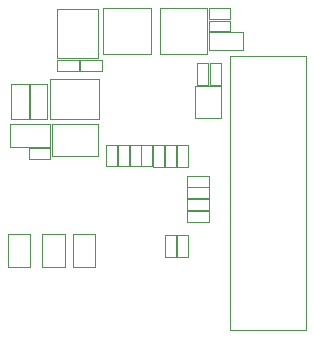
<source format=gbr>
%TF.GenerationSoftware,KiCad,Pcbnew,8.0.0-rc1*%
%TF.CreationDate,2025-03-12T12:31:09+03:00*%
%TF.ProjectId,IMX219_V2.0,494d5832-3139-45f5-9632-2e302e6b6963,rev?*%
%TF.SameCoordinates,Original*%
%TF.FileFunction,Other,User*%
%FSLAX46Y46*%
G04 Gerber Fmt 4.6, Leading zero omitted, Abs format (unit mm)*
G04 Created by KiCad (PCBNEW 8.0.0-rc1) date 2025-03-12 12:31:09*
%MOMM*%
%LPD*%
G01*
G04 APERTURE LIST*
%ADD10C,0.050000*%
%ADD11C,0.100000*%
G04 APERTURE END LIST*
D10*
X174525000Y-72565000D02*
X171055000Y-72565000D01*
X171055000Y-68395000D01*
X174525000Y-68395000D01*
X174525000Y-72565000D01*
X175260000Y-79920000D02*
X176180000Y-79920000D01*
X175260000Y-81740000D02*
X175260000Y-79920000D01*
X176180000Y-79920000D02*
X176180000Y-81740000D01*
X176180000Y-81740000D02*
X175260000Y-81740000D01*
X183920000Y-68380000D02*
X185740000Y-68380000D01*
X183920000Y-69300000D02*
X183920000Y-68380000D01*
X185740000Y-68380000D02*
X185740000Y-69300000D01*
X185740000Y-69300000D02*
X183920000Y-69300000D01*
D11*
X172448076Y-87490000D02*
X174331925Y-87490000D01*
X174331925Y-90243721D01*
X172448076Y-90243721D01*
X172448076Y-87490000D01*
D10*
X167100000Y-78180000D02*
X170500000Y-78180000D01*
X167100000Y-80140000D02*
X167100000Y-78180000D01*
X170500000Y-78180000D02*
X170500000Y-80140000D01*
X170500000Y-80140000D02*
X167100000Y-80140000D01*
D11*
X169848076Y-87490000D02*
X171731925Y-87490000D01*
X171731925Y-90243721D01*
X169848076Y-90243721D01*
X169848076Y-87490000D01*
D10*
X182800000Y-77640000D02*
X182800000Y-74940000D01*
X182800000Y-77640000D02*
X185000000Y-77640000D01*
X185000000Y-74940000D02*
X182800000Y-74940000D01*
X185000000Y-74940000D02*
X185000000Y-77640000D01*
X167210000Y-74775000D02*
X168710000Y-74775000D01*
X167210000Y-77725000D02*
X167210000Y-74775000D01*
X168710000Y-74775000D02*
X168710000Y-77725000D01*
X168710000Y-77725000D02*
X167210000Y-77725000D01*
X180210000Y-79920000D02*
X181150000Y-79920000D01*
X180210000Y-81780000D02*
X180210000Y-79920000D01*
X181150000Y-79920000D02*
X181150000Y-81780000D01*
X181150000Y-81780000D02*
X180210000Y-81780000D01*
X182140000Y-82560000D02*
X183960000Y-82560000D01*
X182140000Y-83480000D02*
X182140000Y-82560000D01*
X183960000Y-82560000D02*
X183960000Y-83480000D01*
X183960000Y-83480000D02*
X182140000Y-83480000D01*
X183920000Y-69410000D02*
X185740000Y-69410000D01*
X183920000Y-70330000D02*
X183920000Y-69410000D01*
X185740000Y-69410000D02*
X185740000Y-70330000D01*
X185740000Y-70330000D02*
X183920000Y-70330000D01*
X173040000Y-72740000D02*
X174900000Y-72740000D01*
X173040000Y-73680000D02*
X173040000Y-72740000D01*
X174900000Y-72740000D02*
X174900000Y-73680000D01*
X174900000Y-73680000D02*
X173040000Y-73680000D01*
X182140000Y-83540000D02*
X183960000Y-83540000D01*
X182140000Y-84460000D02*
X182140000Y-83540000D01*
X183960000Y-83540000D02*
X183960000Y-84460000D01*
X183960000Y-84460000D02*
X182140000Y-84460000D01*
X181210000Y-87550000D02*
X182150000Y-87550000D01*
X181210000Y-89410000D02*
X181210000Y-87550000D01*
X182150000Y-87550000D02*
X182150000Y-89410000D01*
X182150000Y-89410000D02*
X181210000Y-89410000D01*
X168680000Y-80230000D02*
X170500000Y-80230000D01*
X168680000Y-81150000D02*
X168680000Y-80230000D01*
X170500000Y-80230000D02*
X170500000Y-81150000D01*
X170500000Y-81150000D02*
X168680000Y-81150000D01*
X183795000Y-72240000D02*
X179775000Y-72240000D01*
X179775000Y-68360000D01*
X183795000Y-68360000D01*
X183795000Y-72240000D01*
X170540000Y-74360000D02*
X170540000Y-77760000D01*
X170540000Y-77760000D02*
X174640000Y-77760000D01*
X174640000Y-74360000D02*
X170540000Y-74360000D01*
X174640000Y-77760000D02*
X174640000Y-74360000D01*
X182140000Y-84520000D02*
X184000000Y-84520000D01*
X182140000Y-85460000D02*
X182140000Y-84520000D01*
X184000000Y-84520000D02*
X184000000Y-85460000D01*
X184000000Y-85460000D02*
X182140000Y-85460000D01*
X182930000Y-72980000D02*
X183870000Y-72980000D01*
X182930000Y-74840000D02*
X182930000Y-72980000D01*
X183870000Y-72980000D02*
X183870000Y-74840000D01*
X183870000Y-74840000D02*
X182930000Y-74840000D01*
X176260000Y-79920000D02*
X177180000Y-79920000D01*
X176260000Y-81740000D02*
X176260000Y-79920000D01*
X177180000Y-79920000D02*
X177180000Y-81740000D01*
X177180000Y-81740000D02*
X176260000Y-81740000D01*
X181220000Y-79920000D02*
X182160000Y-79920000D01*
X181220000Y-81780000D02*
X181220000Y-79920000D01*
X182160000Y-79920000D02*
X182160000Y-81780000D01*
X182160000Y-81780000D02*
X181220000Y-81780000D01*
X170700000Y-78170000D02*
X174600000Y-78170000D01*
X170700000Y-80870000D02*
X170700000Y-78170000D01*
X174600000Y-78170000D02*
X174600000Y-80870000D01*
X174600000Y-80870000D02*
X170700000Y-80870000D01*
X185750000Y-72380000D02*
X185750000Y-95580000D01*
X185750000Y-95580000D02*
X192150000Y-95580000D01*
X192150000Y-72380000D02*
X185750000Y-72380000D01*
X192150000Y-95580000D02*
X192150000Y-72380000D01*
X179010000Y-72240000D02*
X174990000Y-72240000D01*
X174990000Y-68360000D01*
X179010000Y-68360000D01*
X179010000Y-72240000D01*
X183920000Y-70420000D02*
X186870000Y-70420000D01*
X183920000Y-71920000D02*
X183920000Y-70420000D01*
X186870000Y-70420000D02*
X186870000Y-71920000D01*
X186870000Y-71920000D02*
X183920000Y-71920000D01*
X178230000Y-79920000D02*
X179150000Y-79920000D01*
X178230000Y-81740000D02*
X178230000Y-79920000D01*
X179150000Y-79920000D02*
X179150000Y-81740000D01*
X179150000Y-81740000D02*
X178230000Y-81740000D01*
X180210000Y-87550000D02*
X181150000Y-87550000D01*
X180210000Y-89410000D02*
X180210000Y-87550000D01*
X181150000Y-87550000D02*
X181150000Y-89410000D01*
X181150000Y-89410000D02*
X180210000Y-89410000D01*
X179210000Y-79910000D02*
X180150000Y-79910000D01*
X179210000Y-81770000D02*
X179210000Y-79910000D01*
X180150000Y-79910000D02*
X180150000Y-81770000D01*
X180150000Y-81770000D02*
X179210000Y-81770000D01*
D11*
X166948076Y-87489997D02*
X168831925Y-87489997D01*
X168831925Y-90243718D01*
X166948076Y-90243718D01*
X166948076Y-87489997D01*
D10*
X177250000Y-79920000D02*
X178170000Y-79920000D01*
X177250000Y-81740000D02*
X177250000Y-79920000D01*
X178170000Y-79920000D02*
X178170000Y-81740000D01*
X178170000Y-81740000D02*
X177250000Y-81740000D01*
X182140000Y-85520000D02*
X184000000Y-85520000D01*
X182140000Y-86460000D02*
X182140000Y-85520000D01*
X184000000Y-85520000D02*
X184000000Y-86460000D01*
X184000000Y-86460000D02*
X182140000Y-86460000D01*
X184010000Y-72980000D02*
X184950000Y-72980000D01*
X184010000Y-74840000D02*
X184010000Y-72980000D01*
X184950000Y-72980000D02*
X184950000Y-74840000D01*
X184950000Y-74840000D02*
X184010000Y-74840000D01*
X168790000Y-74760000D02*
X170250000Y-74760000D01*
X168790000Y-77720000D02*
X168790000Y-74760000D01*
X170250000Y-74760000D02*
X170250000Y-77720000D01*
X170250000Y-77720000D02*
X168790000Y-77720000D01*
X171060000Y-72740000D02*
X172920000Y-72740000D01*
X171060000Y-73680000D02*
X171060000Y-72740000D01*
X172920000Y-72740000D02*
X172920000Y-73680000D01*
X172920000Y-73680000D02*
X171060000Y-73680000D01*
M02*

</source>
